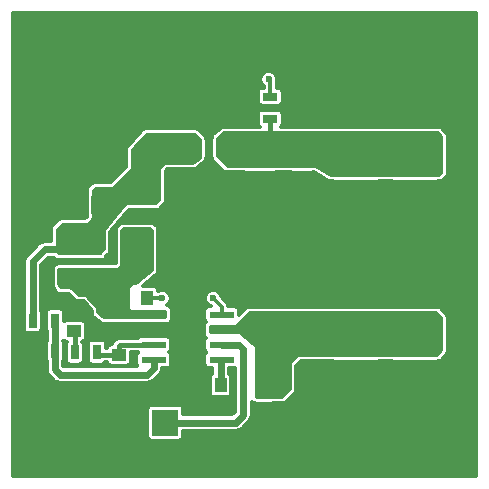
<source format=gbr>
G04 #@! TF.FileFunction,Copper,L2,Bot,Mixed*
%FSLAX46Y46*%
G04 Gerber Fmt 4.6, Leading zero omitted, Abs format (unit mm)*
G04 Created by KiCad (PCBNEW 4.0.2-stable) date 07/11/2016 13:31:13*
%MOMM*%
G01*
G04 APERTURE LIST*
%ADD10C,0.150000*%
%ADD11R,0.700000X1.300000*%
%ADD12C,5.600000*%
%ADD13R,2.430000X2.370000*%
%ADD14R,1.250000X1.000000*%
%ADD15R,1.000000X1.250000*%
%ADD16R,2.370000X2.230000*%
%ADD17R,1.000000X1.600000*%
%ADD18R,2.230000X1.800000*%
%ADD19R,1.600000X1.000000*%
%ADD20R,2.600000X3.200000*%
%ADD21R,3.810000X3.810000*%
%ADD22R,3.700020X1.000760*%
%ADD23R,2.235200X2.235200*%
%ADD24R,1.300000X0.700000*%
%ADD25R,1.175000X1.175000*%
%ADD26R,2.150000X0.600000*%
%ADD27C,0.600000*%
%ADD28C,1.300000*%
%ADD29R,1.300000X1.300000*%
%ADD30C,0.300000*%
%ADD31C,1.000000*%
%ADD32C,1.500000*%
%ADD33C,2.500000*%
%ADD34C,0.600000*%
%ADD35C,0.400000*%
%ADD36C,0.500000*%
G04 APERTURE END LIST*
D10*
D11*
X124648000Y-95504000D03*
X122748000Y-95504000D03*
D12*
X121920000Y-71120000D03*
X152400000Y-71120000D03*
X121920000Y-101600000D03*
X152400000Y-101600000D03*
D13*
X139192000Y-87050000D03*
X139192000Y-93290000D03*
D14*
X141478000Y-92567000D03*
X141478000Y-90567000D03*
X143383000Y-92567000D03*
X143383000Y-90567000D03*
X126492000Y-95742000D03*
X126492000Y-93742000D03*
X122682000Y-93710000D03*
X122682000Y-91710000D03*
D15*
X135112000Y-98298000D03*
X133112000Y-98298000D03*
X126889000Y-90932000D03*
X128889000Y-90932000D03*
D16*
X133788000Y-81534000D03*
X128848000Y-81534000D03*
D17*
X124690000Y-83058000D03*
X121690000Y-83058000D03*
D18*
X138430000Y-81978000D03*
X138430000Y-79058000D03*
D19*
X141986000Y-79399000D03*
X141986000Y-82399000D03*
D20*
X135299000Y-86741000D03*
X128099000Y-86741000D03*
D21*
X151558000Y-93980000D03*
X146558000Y-93980000D03*
X151558000Y-88900000D03*
X146558000Y-88900000D03*
X151558000Y-78740000D03*
X146558000Y-78740000D03*
X151558000Y-83820000D03*
X146558000Y-83820000D03*
D22*
X123190000Y-88983820D03*
X123190000Y-86784180D03*
D11*
X133162000Y-78232000D03*
X135062000Y-78232000D03*
D23*
X130429000Y-101473000D03*
D11*
X119192000Y-92837000D03*
X121092000Y-92837000D03*
X121092000Y-95377000D03*
X119192000Y-95377000D03*
D24*
X139319000Y-75753000D03*
X139319000Y-73853000D03*
D25*
X132923280Y-93055440D03*
X131747260Y-93055440D03*
D26*
X135209000Y-92329000D03*
X135209000Y-93599000D03*
X135209000Y-94869000D03*
X135209000Y-96139000D03*
X129459000Y-96139000D03*
X129459000Y-94869000D03*
X129459000Y-93599000D03*
X129459000Y-92329000D03*
D25*
X131746500Y-95405700D03*
X131746500Y-94230700D03*
X132921500Y-95405700D03*
X132921500Y-94230700D03*
D27*
X132842000Y-94234000D03*
X131762500Y-94234000D03*
X132842000Y-95377000D03*
X131762500Y-95377000D03*
X132905500Y-93027500D03*
X131762500Y-93027500D03*
D28*
X138811000Y-101306000D03*
D29*
X138811000Y-98806000D03*
D27*
X141986000Y-82399000D03*
X143383000Y-90678000D03*
X141478000Y-90567000D03*
X141224000Y-88265000D03*
X141224000Y-86360000D03*
X141224000Y-87249000D03*
X119192000Y-95377000D03*
X136017000Y-82550000D03*
X136017000Y-81534000D03*
X137287000Y-88265000D03*
X137287000Y-85598000D03*
X137287000Y-86741000D03*
X133096000Y-88138000D03*
X133096000Y-85725000D03*
X133096000Y-86868000D03*
X121690000Y-83058000D03*
X132588000Y-83566000D03*
X135001000Y-83566000D03*
X133858000Y-83566000D03*
X139700000Y-83693000D03*
X137160000Y-83693000D03*
X138430000Y-83693000D03*
X126492000Y-93726000D03*
X122682000Y-91710000D03*
X133112000Y-98298000D03*
X130175000Y-90932000D03*
X134493000Y-90932000D03*
X139192000Y-72390000D03*
D30*
X143383000Y-90678000D02*
X143383000Y-90567000D01*
X141224000Y-87249000D02*
X141224000Y-88265000D01*
X139192000Y-87304000D02*
X141169000Y-87304000D01*
X141169000Y-87304000D02*
X141224000Y-87249000D01*
X133788000Y-81534000D02*
X136017000Y-81534000D01*
X139192000Y-87304000D02*
X137287000Y-87304000D01*
X137287000Y-87304000D02*
X137287000Y-87376000D01*
X137287000Y-86741000D02*
X137287000Y-87376000D01*
X137287000Y-87376000D02*
X137287000Y-88265000D01*
X135299000Y-86741000D02*
X137287000Y-86741000D01*
X133096000Y-86868000D02*
X133096000Y-88138000D01*
X135299000Y-86868000D02*
X133096000Y-86868000D01*
X133858000Y-83566000D02*
X132588000Y-83566000D01*
X133788000Y-81534000D02*
X133788000Y-83496000D01*
X133788000Y-83496000D02*
X133858000Y-83566000D01*
X138430000Y-83693000D02*
X139700000Y-83693000D01*
X138430000Y-81978000D02*
X138430000Y-83693000D01*
X139010000Y-87122000D02*
X139192000Y-87304000D01*
D31*
X126492000Y-93726000D02*
X126492000Y-93742000D01*
D32*
X139192000Y-93544000D02*
X146122000Y-93544000D01*
D31*
X146122000Y-93544000D02*
X146558000Y-93980000D01*
D33*
X146558000Y-93980000D02*
X151558000Y-93980000D01*
D34*
X135209000Y-93599000D02*
X139137000Y-93599000D01*
D35*
X139137000Y-93599000D02*
X139192000Y-93544000D01*
X126492000Y-95742000D02*
X124886000Y-95742000D01*
X124886000Y-95742000D02*
X124648000Y-95504000D01*
X129459000Y-94869000D02*
X126619000Y-94869000D01*
X126492000Y-94996000D02*
X126492000Y-95742000D01*
X126619000Y-94869000D02*
X126492000Y-94996000D01*
X122748000Y-95504000D02*
X122748000Y-93776000D01*
X122748000Y-93776000D02*
X122682000Y-93710000D01*
D34*
X135112000Y-98298000D02*
X135112000Y-96236000D01*
D35*
X135112000Y-96236000D02*
X135209000Y-96139000D01*
D34*
X126889000Y-90932000D02*
X125238000Y-90932000D01*
D30*
X125238000Y-90932000D02*
X125349000Y-90932000D01*
X125349000Y-90932000D02*
X125238000Y-90932000D01*
D34*
X125238000Y-91186000D02*
X125238000Y-91964000D01*
X125603000Y-92329000D02*
X129459000Y-92329000D01*
X125238000Y-91964000D02*
X125603000Y-92329000D01*
X123190000Y-88983820D02*
X123190000Y-89916000D01*
X125238000Y-90440000D02*
X125238000Y-90932000D01*
X125238000Y-90932000D02*
X125238000Y-91186000D01*
X124968000Y-90170000D02*
X125238000Y-90440000D01*
X123444000Y-90170000D02*
X124968000Y-90170000D01*
X123190000Y-89916000D02*
X123444000Y-90170000D01*
D31*
X123190000Y-88983820D02*
X126916180Y-88983820D01*
X126916180Y-88983820D02*
X127464000Y-88436000D01*
X127464000Y-88436000D02*
X127464000Y-86868000D01*
D30*
X134493000Y-90932000D02*
X135209000Y-91648000D01*
X135209000Y-92329000D02*
X135209000Y-91648000D01*
X130175000Y-90932000D02*
X128889000Y-90932000D01*
D34*
X123190000Y-86784180D02*
X120225820Y-86784180D01*
X119192000Y-87818000D02*
X119192000Y-92837000D01*
X120225820Y-86784180D02*
X119192000Y-87818000D01*
X123190000Y-86784180D02*
X123190000Y-85852000D01*
X124690000Y-84987000D02*
X124690000Y-83566000D01*
X124333000Y-85344000D02*
X124690000Y-84987000D01*
X123698000Y-85344000D02*
X124333000Y-85344000D01*
X123190000Y-85852000D02*
X123698000Y-85344000D01*
X133162000Y-78232000D02*
X130556000Y-78232000D01*
D31*
X130556000Y-78232000D02*
X129356000Y-79432000D01*
X129356000Y-79432000D02*
X129356000Y-81534000D01*
D35*
X139319000Y-75753000D02*
X139319000Y-77470000D01*
X139319000Y-77470000D02*
X138430000Y-78359000D01*
X138430000Y-78359000D02*
X138430000Y-79058000D01*
D36*
X138364000Y-78992000D02*
X138430000Y-79058000D01*
D34*
X135062000Y-78232000D02*
X135890000Y-78232000D01*
D31*
X136716000Y-79058000D02*
X135890000Y-78232000D01*
X136716000Y-79058000D02*
X138430000Y-79058000D01*
D33*
X146558000Y-78740000D02*
X151558000Y-78740000D01*
D31*
X146558000Y-78740000D02*
X142518000Y-78740000D01*
X142518000Y-78740000D02*
X142200000Y-79058000D01*
X142200000Y-79058000D02*
X138430000Y-79058000D01*
D30*
X139319000Y-73853000D02*
X139319000Y-72517000D01*
X139319000Y-72517000D02*
X139192000Y-72390000D01*
D34*
X135209000Y-94869000D02*
X136652000Y-94869000D01*
X136398000Y-101473000D02*
X130429000Y-101473000D01*
X137033000Y-100838000D02*
X136398000Y-101473000D01*
X137033000Y-95250000D02*
X137033000Y-100838000D01*
X136652000Y-94869000D02*
X137033000Y-95250000D01*
X130556000Y-101346000D02*
X130429000Y-101473000D01*
X121092000Y-95377000D02*
X121092000Y-92837000D01*
X129459000Y-96139000D02*
X129459000Y-96855000D01*
X121092000Y-96962000D02*
X121092000Y-95377000D01*
X121539000Y-97409000D02*
X121092000Y-96962000D01*
X128905000Y-97409000D02*
X121539000Y-97409000D01*
X129459000Y-96855000D02*
X128905000Y-97409000D01*
D30*
G36*
X156747000Y-105947000D02*
X117573000Y-105947000D01*
X117573000Y-100355400D01*
X128899486Y-100355400D01*
X128899486Y-102590600D01*
X128927656Y-102740313D01*
X129016137Y-102877816D01*
X129151142Y-102970061D01*
X129311400Y-103002514D01*
X131546600Y-103002514D01*
X131696313Y-102974344D01*
X131833816Y-102885863D01*
X131926061Y-102750858D01*
X131958514Y-102590600D01*
X131958514Y-102177000D01*
X136398000Y-102177000D01*
X136667409Y-102123411D01*
X136895803Y-101970803D01*
X137530803Y-101335803D01*
X137683411Y-101107409D01*
X137737000Y-100838000D01*
X137737000Y-99687871D01*
X137759410Y-99722697D01*
X137891821Y-99813170D01*
X138000256Y-99835129D01*
X138000742Y-99835461D01*
X138161000Y-99867914D01*
X139461000Y-99867914D01*
X139582779Y-99845000D01*
X140335000Y-99845000D01*
X140487022Y-99815306D01*
X140620671Y-99726671D01*
X141382671Y-98964671D01*
X141469170Y-98836179D01*
X141501000Y-98679000D01*
X141501000Y-96687342D01*
X141899342Y-96289000D01*
X144613919Y-96289000D01*
X144653000Y-96296914D01*
X148463000Y-96296914D01*
X148505060Y-96289000D01*
X149613919Y-96289000D01*
X149653000Y-96296914D01*
X153463000Y-96296914D01*
X153505060Y-96289000D01*
X153543000Y-96289000D01*
X153746429Y-96234045D01*
X153866200Y-96127400D01*
X154247200Y-95619400D01*
X154296170Y-95534179D01*
X154328000Y-95377000D01*
X154328000Y-92583000D01*
X154298306Y-92430978D01*
X154209671Y-92297329D01*
X153848857Y-91936515D01*
X153846744Y-91925287D01*
X153758263Y-91787784D01*
X153623258Y-91695539D01*
X153463000Y-91663086D01*
X149653000Y-91663086D01*
X149610940Y-91671000D01*
X148502081Y-91671000D01*
X148463000Y-91663086D01*
X144653000Y-91663086D01*
X144610940Y-91671000D01*
X144086586Y-91671000D01*
X144008000Y-91655086D01*
X142758000Y-91655086D01*
X142673423Y-91671000D01*
X142181586Y-91671000D01*
X142103000Y-91655086D01*
X140853000Y-91655086D01*
X140768423Y-91671000D01*
X137541000Y-91671000D01*
X137388978Y-91700694D01*
X137255329Y-91789329D01*
X136695914Y-92348744D01*
X136695914Y-92029000D01*
X136667744Y-91879287D01*
X136579263Y-91741784D01*
X136444258Y-91649539D01*
X136284000Y-91617086D01*
X135756851Y-91617086D01*
X135720829Y-91435993D01*
X135600737Y-91256263D01*
X135197069Y-90852595D01*
X135197122Y-90792580D01*
X135090170Y-90533737D01*
X134892305Y-90335526D01*
X134633649Y-90228123D01*
X134353580Y-90227878D01*
X134094737Y-90334830D01*
X133896526Y-90532695D01*
X133789123Y-90791351D01*
X133788878Y-91071420D01*
X133895830Y-91330263D01*
X134093695Y-91528474D01*
X134307097Y-91617086D01*
X134134000Y-91617086D01*
X133984287Y-91645256D01*
X133846784Y-91733737D01*
X133754539Y-91868742D01*
X133722086Y-92029000D01*
X133722086Y-92629000D01*
X133750256Y-92778713D01*
X133838737Y-92916216D01*
X133843837Y-92919701D01*
X133830303Y-92928410D01*
X133739830Y-93060821D01*
X133708000Y-93218000D01*
X133708000Y-93980000D01*
X133735629Y-94126837D01*
X133822410Y-94261697D01*
X133844635Y-94276883D01*
X133754539Y-94408742D01*
X133722086Y-94569000D01*
X133722086Y-95169000D01*
X133750256Y-95318713D01*
X133838737Y-95456216D01*
X133908606Y-95503955D01*
X133846784Y-95543737D01*
X133754539Y-95678742D01*
X133722086Y-95839000D01*
X133722086Y-96439000D01*
X133750256Y-96588713D01*
X133838737Y-96726216D01*
X133973742Y-96818461D01*
X134134000Y-96850914D01*
X134408000Y-96850914D01*
X134408000Y-97324189D01*
X134324784Y-97377737D01*
X134232539Y-97512742D01*
X134200086Y-97673000D01*
X134200086Y-98923000D01*
X134228256Y-99072713D01*
X134316737Y-99210216D01*
X134451742Y-99302461D01*
X134612000Y-99334914D01*
X135612000Y-99334914D01*
X135761713Y-99306744D01*
X135899216Y-99218263D01*
X135991461Y-99083258D01*
X136023914Y-98923000D01*
X136023914Y-97673000D01*
X135995744Y-97523287D01*
X135907263Y-97385784D01*
X135816000Y-97323427D01*
X135816000Y-96850914D01*
X136284000Y-96850914D01*
X136329000Y-96842447D01*
X136329000Y-100546394D01*
X136106394Y-100769000D01*
X131958514Y-100769000D01*
X131958514Y-100355400D01*
X131930344Y-100205687D01*
X131841863Y-100068184D01*
X131706858Y-99975939D01*
X131546600Y-99943486D01*
X129311400Y-99943486D01*
X129161687Y-99971656D01*
X129024184Y-100060137D01*
X128931939Y-100195142D01*
X128899486Y-100355400D01*
X117573000Y-100355400D01*
X117573000Y-92187000D01*
X118430086Y-92187000D01*
X118430086Y-93487000D01*
X118458256Y-93636713D01*
X118546737Y-93774216D01*
X118681742Y-93866461D01*
X118842000Y-93898914D01*
X119542000Y-93898914D01*
X119691713Y-93870744D01*
X119829216Y-93782263D01*
X119921461Y-93647258D01*
X119953914Y-93487000D01*
X119953914Y-92187000D01*
X120330086Y-92187000D01*
X120330086Y-93487000D01*
X120358256Y-93636713D01*
X120388000Y-93682936D01*
X120388000Y-94529479D01*
X120362539Y-94566742D01*
X120330086Y-94727000D01*
X120330086Y-96027000D01*
X120358256Y-96176713D01*
X120388000Y-96222936D01*
X120388000Y-96962000D01*
X120441589Y-97231409D01*
X120594197Y-97459803D01*
X121041196Y-97906803D01*
X121190085Y-98006287D01*
X121269591Y-98059411D01*
X121539000Y-98113000D01*
X128905000Y-98113000D01*
X129174409Y-98059411D01*
X129402803Y-97906803D01*
X129956803Y-97352803D01*
X130109411Y-97124409D01*
X130163000Y-96855000D01*
X130163000Y-96850914D01*
X130534000Y-96850914D01*
X130683713Y-96822744D01*
X130821216Y-96734263D01*
X130913461Y-96599258D01*
X130945914Y-96439000D01*
X130945914Y-95839000D01*
X130917744Y-95689287D01*
X130829263Y-95551784D01*
X130759394Y-95504045D01*
X130821216Y-95464263D01*
X130913461Y-95329258D01*
X130945914Y-95169000D01*
X130945914Y-94569000D01*
X130917744Y-94419287D01*
X130829263Y-94281784D01*
X130694258Y-94189539D01*
X130534000Y-94157086D01*
X128384000Y-94157086D01*
X128234287Y-94185256D01*
X128110362Y-94265000D01*
X126619000Y-94265000D01*
X126388176Y-94310914D01*
X126387859Y-94310977D01*
X126191907Y-94441908D01*
X126064908Y-94568908D01*
X125933977Y-94764859D01*
X125921002Y-94830086D01*
X125867000Y-94830086D01*
X125717287Y-94858256D01*
X125579784Y-94946737D01*
X125487539Y-95081742D01*
X125476146Y-95138000D01*
X125409914Y-95138000D01*
X125409914Y-94854000D01*
X125381744Y-94704287D01*
X125293263Y-94566784D01*
X125158258Y-94474539D01*
X124998000Y-94442086D01*
X124298000Y-94442086D01*
X124148287Y-94470256D01*
X124010784Y-94558737D01*
X123918539Y-94693742D01*
X123886086Y-94854000D01*
X123886086Y-96154000D01*
X123914256Y-96303713D01*
X124002737Y-96441216D01*
X124137742Y-96533461D01*
X124298000Y-96565914D01*
X124998000Y-96565914D01*
X125147713Y-96537744D01*
X125285216Y-96449263D01*
X125355773Y-96346000D01*
X125474655Y-96346000D01*
X125483256Y-96391713D01*
X125571737Y-96529216D01*
X125706742Y-96621461D01*
X125867000Y-96653914D01*
X127117000Y-96653914D01*
X127266713Y-96625744D01*
X127404216Y-96537263D01*
X127496461Y-96402258D01*
X127528914Y-96242000D01*
X127528914Y-95473000D01*
X128113301Y-95473000D01*
X128158606Y-95503955D01*
X128096784Y-95543737D01*
X128004539Y-95678742D01*
X127972086Y-95839000D01*
X127972086Y-96439000D01*
X128000256Y-96588713D01*
X128075085Y-96705000D01*
X121830607Y-96705000D01*
X121796000Y-96670394D01*
X121796000Y-96224521D01*
X121821461Y-96187258D01*
X121853914Y-96027000D01*
X121853914Y-94727000D01*
X121825744Y-94577287D01*
X121796000Y-94531064D01*
X121796000Y-94520627D01*
X121896742Y-94589461D01*
X122057000Y-94621914D01*
X122067617Y-94621914D01*
X122018539Y-94693742D01*
X121986086Y-94854000D01*
X121986086Y-96154000D01*
X122014256Y-96303713D01*
X122102737Y-96441216D01*
X122237742Y-96533461D01*
X122398000Y-96565914D01*
X123098000Y-96565914D01*
X123247713Y-96537744D01*
X123385216Y-96449263D01*
X123477461Y-96314258D01*
X123509914Y-96154000D01*
X123509914Y-94854000D01*
X123481744Y-94704287D01*
X123415590Y-94601482D01*
X123456713Y-94593744D01*
X123594216Y-94505263D01*
X123686461Y-94370258D01*
X123718914Y-94210000D01*
X123718914Y-93210000D01*
X123690744Y-93060287D01*
X123602263Y-92922784D01*
X123467258Y-92830539D01*
X123307000Y-92798086D01*
X122057000Y-92798086D01*
X121907287Y-92826256D01*
X121853914Y-92860601D01*
X121853914Y-92187000D01*
X121825744Y-92037287D01*
X121737263Y-91899784D01*
X121602258Y-91807539D01*
X121442000Y-91775086D01*
X120742000Y-91775086D01*
X120592287Y-91803256D01*
X120454784Y-91891737D01*
X120362539Y-92026742D01*
X120330086Y-92187000D01*
X119953914Y-92187000D01*
X119925744Y-92037287D01*
X119896000Y-91991064D01*
X119896000Y-88519000D01*
X120881000Y-88519000D01*
X120881000Y-89789000D01*
X120948852Y-90013099D01*
X121202852Y-90394099D01*
X121381821Y-90542170D01*
X121539000Y-90574000D01*
X122260658Y-90574000D01*
X122777329Y-91090671D01*
X122905821Y-91177170D01*
X123063000Y-91209000D01*
X123514677Y-91209000D01*
X124183000Y-91972797D01*
X124183000Y-92202000D01*
X124231771Y-92394428D01*
X124334623Y-92517471D01*
X124969623Y-93025471D01*
X125064821Y-93082170D01*
X125222000Y-93114000D01*
X130556000Y-93114000D01*
X130702837Y-93086371D01*
X130837697Y-92999590D01*
X130928170Y-92867179D01*
X130960000Y-92710000D01*
X130960000Y-91948000D01*
X130932371Y-91801163D01*
X130845590Y-91666303D01*
X130713179Y-91575830D01*
X130556000Y-91544000D01*
X130537372Y-91544000D01*
X130573263Y-91529170D01*
X130771474Y-91331305D01*
X130878877Y-91072649D01*
X130879122Y-90792580D01*
X130772170Y-90533737D01*
X130574305Y-90335526D01*
X130315649Y-90228123D01*
X130035580Y-90227878D01*
X129800914Y-90324840D01*
X129800914Y-90307000D01*
X129772744Y-90157287D01*
X129684263Y-90019784D01*
X129549258Y-89927539D01*
X129389000Y-89895086D01*
X128524331Y-89895086D01*
X129668828Y-88958679D01*
X129785170Y-88803179D01*
X129817000Y-88646000D01*
X129817000Y-85217000D01*
X129810914Y-85185842D01*
X129810914Y-85141000D01*
X129782744Y-84991287D01*
X129694263Y-84853784D01*
X129559258Y-84761539D01*
X129521167Y-84753825D01*
X129444671Y-84677329D01*
X129316179Y-84590830D01*
X129159000Y-84559000D01*
X126873000Y-84559000D01*
X126720978Y-84588694D01*
X126587329Y-84677329D01*
X126333329Y-84931329D01*
X126246830Y-85059821D01*
X126215000Y-85217000D01*
X126215000Y-87970658D01*
X126197658Y-87988000D01*
X121412000Y-87988000D01*
X121259978Y-88017694D01*
X121126329Y-88106329D01*
X120999329Y-88233329D01*
X120912830Y-88361821D01*
X120881000Y-88519000D01*
X119896000Y-88519000D01*
X119896000Y-88109606D01*
X120517426Y-87488180D01*
X120968051Y-87488180D01*
X120995410Y-87530697D01*
X121036249Y-87558602D01*
X121044727Y-87571776D01*
X121179732Y-87664021D01*
X121339990Y-87696474D01*
X125040010Y-87696474D01*
X125189723Y-87668304D01*
X125327226Y-87579823D01*
X125419471Y-87444818D01*
X125438756Y-87349586D01*
X125634671Y-87153671D01*
X125721170Y-87025179D01*
X125753000Y-86868000D01*
X125753000Y-85361942D01*
X127317658Y-83462000D01*
X129667000Y-83462000D01*
X129819022Y-83432306D01*
X129952671Y-83343671D01*
X130333671Y-82962671D01*
X130420170Y-82834179D01*
X130452000Y-82677000D01*
X130452000Y-80177342D01*
X130596342Y-80033000D01*
X132842000Y-80033000D01*
X132951757Y-80017805D01*
X133094377Y-79944471D01*
X133729377Y-79436471D01*
X133849170Y-79278179D01*
X133881000Y-79121000D01*
X133881000Y-79057568D01*
X133891461Y-79042258D01*
X133923914Y-78882000D01*
X133923914Y-77582000D01*
X134300086Y-77582000D01*
X134300086Y-78882000D01*
X134328256Y-79031713D01*
X134360003Y-79081049D01*
X134372694Y-79146022D01*
X134461329Y-79279671D01*
X135350329Y-80168671D01*
X135478821Y-80255170D01*
X135636000Y-80287000D01*
X137080890Y-80287000D01*
X137154742Y-80337461D01*
X137315000Y-80369914D01*
X139545000Y-80369914D01*
X139694713Y-80341744D01*
X139779787Y-80287000D01*
X141067909Y-80287000D01*
X141186000Y-80310914D01*
X142786000Y-80310914D01*
X142913094Y-80287000D01*
X143017099Y-80287000D01*
X144191144Y-80991427D01*
X144399000Y-81049000D01*
X144613919Y-81049000D01*
X144653000Y-81056914D01*
X148463000Y-81056914D01*
X148505060Y-81049000D01*
X149613919Y-81049000D01*
X149653000Y-81056914D01*
X153463000Y-81056914D01*
X153505060Y-81049000D01*
X153670000Y-81049000D01*
X153822022Y-81019306D01*
X153955671Y-80930671D01*
X154209671Y-80676671D01*
X154296170Y-80548179D01*
X154328000Y-80391000D01*
X154328000Y-77216000D01*
X154298306Y-77063978D01*
X154209671Y-76930329D01*
X153828671Y-76549329D01*
X153700179Y-76462830D01*
X153543000Y-76431000D01*
X153502081Y-76431000D01*
X153463000Y-76423086D01*
X149653000Y-76423086D01*
X149610940Y-76431000D01*
X148502081Y-76431000D01*
X148463000Y-76423086D01*
X144653000Y-76423086D01*
X144610940Y-76431000D01*
X140205341Y-76431000D01*
X140256216Y-76398263D01*
X140348461Y-76263258D01*
X140380914Y-76103000D01*
X140380914Y-75403000D01*
X140352744Y-75253287D01*
X140264263Y-75115784D01*
X140129258Y-75023539D01*
X139969000Y-74991086D01*
X138669000Y-74991086D01*
X138519287Y-75019256D01*
X138381784Y-75107737D01*
X138289539Y-75242742D01*
X138257086Y-75403000D01*
X138257086Y-76103000D01*
X138285256Y-76252713D01*
X138373737Y-76390216D01*
X138433426Y-76431000D01*
X135382000Y-76431000D01*
X135272243Y-76446195D01*
X135129623Y-76519529D01*
X134494623Y-77027529D01*
X134374830Y-77185821D01*
X134343000Y-77343000D01*
X134343000Y-77406432D01*
X134332539Y-77421742D01*
X134300086Y-77582000D01*
X133923914Y-77582000D01*
X133895744Y-77432287D01*
X133863997Y-77382951D01*
X133851306Y-77317978D01*
X133762671Y-77184329D01*
X133254671Y-76676329D01*
X133126179Y-76589830D01*
X132969000Y-76558000D01*
X128778000Y-76558000D01*
X128608346Y-76595348D01*
X128479064Y-76690240D01*
X127209064Y-78087240D01*
X127135830Y-78201821D01*
X127104000Y-78359000D01*
X127104000Y-79842658D01*
X125816658Y-81130000D01*
X124460000Y-81130000D01*
X124307978Y-81159694D01*
X124174329Y-81248329D01*
X123920329Y-81502329D01*
X123833830Y-81630821D01*
X123802000Y-81788000D01*
X123802000Y-82139909D01*
X123778086Y-82258000D01*
X123778086Y-83858000D01*
X123802000Y-83985094D01*
X123802000Y-84033658D01*
X123657658Y-84178000D01*
X121666000Y-84178000D01*
X121513978Y-84207694D01*
X121380329Y-84296329D01*
X120872329Y-84804329D01*
X120785830Y-84932821D01*
X120754000Y-85090000D01*
X120754000Y-86080180D01*
X120225820Y-86080180D01*
X119956411Y-86133769D01*
X119728017Y-86286377D01*
X118694197Y-87320197D01*
X118541589Y-87548591D01*
X118488000Y-87818000D01*
X118488000Y-91989479D01*
X118462539Y-92026742D01*
X118430086Y-92187000D01*
X117573000Y-92187000D01*
X117573000Y-73503000D01*
X138257086Y-73503000D01*
X138257086Y-74203000D01*
X138285256Y-74352713D01*
X138373737Y-74490216D01*
X138508742Y-74582461D01*
X138669000Y-74614914D01*
X139969000Y-74614914D01*
X140118713Y-74586744D01*
X140256216Y-74498263D01*
X140348461Y-74363258D01*
X140380914Y-74203000D01*
X140380914Y-73503000D01*
X140352744Y-73353287D01*
X140264263Y-73215784D01*
X140129258Y-73123539D01*
X139969000Y-73091086D01*
X139873000Y-73091086D01*
X139873000Y-72585743D01*
X139895877Y-72530649D01*
X139896122Y-72250580D01*
X139789170Y-71991737D01*
X139591305Y-71793526D01*
X139332649Y-71686123D01*
X139052580Y-71685878D01*
X138793737Y-71792830D01*
X138595526Y-71990695D01*
X138488123Y-72249351D01*
X138487878Y-72529420D01*
X138594830Y-72788263D01*
X138765000Y-72958731D01*
X138765000Y-73091086D01*
X138669000Y-73091086D01*
X138519287Y-73119256D01*
X138381784Y-73207737D01*
X138289539Y-73342742D01*
X138257086Y-73503000D01*
X117573000Y-73503000D01*
X117573000Y-66773000D01*
X156747000Y-66773000D01*
X156747000Y-105947000D01*
X156747000Y-105947000D01*
G37*
X156747000Y-105947000D02*
X117573000Y-105947000D01*
X117573000Y-100355400D01*
X128899486Y-100355400D01*
X128899486Y-102590600D01*
X128927656Y-102740313D01*
X129016137Y-102877816D01*
X129151142Y-102970061D01*
X129311400Y-103002514D01*
X131546600Y-103002514D01*
X131696313Y-102974344D01*
X131833816Y-102885863D01*
X131926061Y-102750858D01*
X131958514Y-102590600D01*
X131958514Y-102177000D01*
X136398000Y-102177000D01*
X136667409Y-102123411D01*
X136895803Y-101970803D01*
X137530803Y-101335803D01*
X137683411Y-101107409D01*
X137737000Y-100838000D01*
X137737000Y-99687871D01*
X137759410Y-99722697D01*
X137891821Y-99813170D01*
X138000256Y-99835129D01*
X138000742Y-99835461D01*
X138161000Y-99867914D01*
X139461000Y-99867914D01*
X139582779Y-99845000D01*
X140335000Y-99845000D01*
X140487022Y-99815306D01*
X140620671Y-99726671D01*
X141382671Y-98964671D01*
X141469170Y-98836179D01*
X141501000Y-98679000D01*
X141501000Y-96687342D01*
X141899342Y-96289000D01*
X144613919Y-96289000D01*
X144653000Y-96296914D01*
X148463000Y-96296914D01*
X148505060Y-96289000D01*
X149613919Y-96289000D01*
X149653000Y-96296914D01*
X153463000Y-96296914D01*
X153505060Y-96289000D01*
X153543000Y-96289000D01*
X153746429Y-96234045D01*
X153866200Y-96127400D01*
X154247200Y-95619400D01*
X154296170Y-95534179D01*
X154328000Y-95377000D01*
X154328000Y-92583000D01*
X154298306Y-92430978D01*
X154209671Y-92297329D01*
X153848857Y-91936515D01*
X153846744Y-91925287D01*
X153758263Y-91787784D01*
X153623258Y-91695539D01*
X153463000Y-91663086D01*
X149653000Y-91663086D01*
X149610940Y-91671000D01*
X148502081Y-91671000D01*
X148463000Y-91663086D01*
X144653000Y-91663086D01*
X144610940Y-91671000D01*
X144086586Y-91671000D01*
X144008000Y-91655086D01*
X142758000Y-91655086D01*
X142673423Y-91671000D01*
X142181586Y-91671000D01*
X142103000Y-91655086D01*
X140853000Y-91655086D01*
X140768423Y-91671000D01*
X137541000Y-91671000D01*
X137388978Y-91700694D01*
X137255329Y-91789329D01*
X136695914Y-92348744D01*
X136695914Y-92029000D01*
X136667744Y-91879287D01*
X136579263Y-91741784D01*
X136444258Y-91649539D01*
X136284000Y-91617086D01*
X135756851Y-91617086D01*
X135720829Y-91435993D01*
X135600737Y-91256263D01*
X135197069Y-90852595D01*
X135197122Y-90792580D01*
X135090170Y-90533737D01*
X134892305Y-90335526D01*
X134633649Y-90228123D01*
X134353580Y-90227878D01*
X134094737Y-90334830D01*
X133896526Y-90532695D01*
X133789123Y-90791351D01*
X133788878Y-91071420D01*
X133895830Y-91330263D01*
X134093695Y-91528474D01*
X134307097Y-91617086D01*
X134134000Y-91617086D01*
X133984287Y-91645256D01*
X133846784Y-91733737D01*
X133754539Y-91868742D01*
X133722086Y-92029000D01*
X133722086Y-92629000D01*
X133750256Y-92778713D01*
X133838737Y-92916216D01*
X133843837Y-92919701D01*
X133830303Y-92928410D01*
X133739830Y-93060821D01*
X133708000Y-93218000D01*
X133708000Y-93980000D01*
X133735629Y-94126837D01*
X133822410Y-94261697D01*
X133844635Y-94276883D01*
X133754539Y-94408742D01*
X133722086Y-94569000D01*
X133722086Y-95169000D01*
X133750256Y-95318713D01*
X133838737Y-95456216D01*
X133908606Y-95503955D01*
X133846784Y-95543737D01*
X133754539Y-95678742D01*
X133722086Y-95839000D01*
X133722086Y-96439000D01*
X133750256Y-96588713D01*
X133838737Y-96726216D01*
X133973742Y-96818461D01*
X134134000Y-96850914D01*
X134408000Y-96850914D01*
X134408000Y-97324189D01*
X134324784Y-97377737D01*
X134232539Y-97512742D01*
X134200086Y-97673000D01*
X134200086Y-98923000D01*
X134228256Y-99072713D01*
X134316737Y-99210216D01*
X134451742Y-99302461D01*
X134612000Y-99334914D01*
X135612000Y-99334914D01*
X135761713Y-99306744D01*
X135899216Y-99218263D01*
X135991461Y-99083258D01*
X136023914Y-98923000D01*
X136023914Y-97673000D01*
X135995744Y-97523287D01*
X135907263Y-97385784D01*
X135816000Y-97323427D01*
X135816000Y-96850914D01*
X136284000Y-96850914D01*
X136329000Y-96842447D01*
X136329000Y-100546394D01*
X136106394Y-100769000D01*
X131958514Y-100769000D01*
X131958514Y-100355400D01*
X131930344Y-100205687D01*
X131841863Y-100068184D01*
X131706858Y-99975939D01*
X131546600Y-99943486D01*
X129311400Y-99943486D01*
X129161687Y-99971656D01*
X129024184Y-100060137D01*
X128931939Y-100195142D01*
X128899486Y-100355400D01*
X117573000Y-100355400D01*
X117573000Y-92187000D01*
X118430086Y-92187000D01*
X118430086Y-93487000D01*
X118458256Y-93636713D01*
X118546737Y-93774216D01*
X118681742Y-93866461D01*
X118842000Y-93898914D01*
X119542000Y-93898914D01*
X119691713Y-93870744D01*
X119829216Y-93782263D01*
X119921461Y-93647258D01*
X119953914Y-93487000D01*
X119953914Y-92187000D01*
X120330086Y-92187000D01*
X120330086Y-93487000D01*
X120358256Y-93636713D01*
X120388000Y-93682936D01*
X120388000Y-94529479D01*
X120362539Y-94566742D01*
X120330086Y-94727000D01*
X120330086Y-96027000D01*
X120358256Y-96176713D01*
X120388000Y-96222936D01*
X120388000Y-96962000D01*
X120441589Y-97231409D01*
X120594197Y-97459803D01*
X121041196Y-97906803D01*
X121190085Y-98006287D01*
X121269591Y-98059411D01*
X121539000Y-98113000D01*
X128905000Y-98113000D01*
X129174409Y-98059411D01*
X129402803Y-97906803D01*
X129956803Y-97352803D01*
X130109411Y-97124409D01*
X130163000Y-96855000D01*
X130163000Y-96850914D01*
X130534000Y-96850914D01*
X130683713Y-96822744D01*
X130821216Y-96734263D01*
X130913461Y-96599258D01*
X130945914Y-96439000D01*
X130945914Y-95839000D01*
X130917744Y-95689287D01*
X130829263Y-95551784D01*
X130759394Y-95504045D01*
X130821216Y-95464263D01*
X130913461Y-95329258D01*
X130945914Y-95169000D01*
X130945914Y-94569000D01*
X130917744Y-94419287D01*
X130829263Y-94281784D01*
X130694258Y-94189539D01*
X130534000Y-94157086D01*
X128384000Y-94157086D01*
X128234287Y-94185256D01*
X128110362Y-94265000D01*
X126619000Y-94265000D01*
X126388176Y-94310914D01*
X126387859Y-94310977D01*
X126191907Y-94441908D01*
X126064908Y-94568908D01*
X125933977Y-94764859D01*
X125921002Y-94830086D01*
X125867000Y-94830086D01*
X125717287Y-94858256D01*
X125579784Y-94946737D01*
X125487539Y-95081742D01*
X125476146Y-95138000D01*
X125409914Y-95138000D01*
X125409914Y-94854000D01*
X125381744Y-94704287D01*
X125293263Y-94566784D01*
X125158258Y-94474539D01*
X124998000Y-94442086D01*
X124298000Y-94442086D01*
X124148287Y-94470256D01*
X124010784Y-94558737D01*
X123918539Y-94693742D01*
X123886086Y-94854000D01*
X123886086Y-96154000D01*
X123914256Y-96303713D01*
X124002737Y-96441216D01*
X124137742Y-96533461D01*
X124298000Y-96565914D01*
X124998000Y-96565914D01*
X125147713Y-96537744D01*
X125285216Y-96449263D01*
X125355773Y-96346000D01*
X125474655Y-96346000D01*
X125483256Y-96391713D01*
X125571737Y-96529216D01*
X125706742Y-96621461D01*
X125867000Y-96653914D01*
X127117000Y-96653914D01*
X127266713Y-96625744D01*
X127404216Y-96537263D01*
X127496461Y-96402258D01*
X127528914Y-96242000D01*
X127528914Y-95473000D01*
X128113301Y-95473000D01*
X128158606Y-95503955D01*
X128096784Y-95543737D01*
X128004539Y-95678742D01*
X127972086Y-95839000D01*
X127972086Y-96439000D01*
X128000256Y-96588713D01*
X128075085Y-96705000D01*
X121830607Y-96705000D01*
X121796000Y-96670394D01*
X121796000Y-96224521D01*
X121821461Y-96187258D01*
X121853914Y-96027000D01*
X121853914Y-94727000D01*
X121825744Y-94577287D01*
X121796000Y-94531064D01*
X121796000Y-94520627D01*
X121896742Y-94589461D01*
X122057000Y-94621914D01*
X122067617Y-94621914D01*
X122018539Y-94693742D01*
X121986086Y-94854000D01*
X121986086Y-96154000D01*
X122014256Y-96303713D01*
X122102737Y-96441216D01*
X122237742Y-96533461D01*
X122398000Y-96565914D01*
X123098000Y-96565914D01*
X123247713Y-96537744D01*
X123385216Y-96449263D01*
X123477461Y-96314258D01*
X123509914Y-96154000D01*
X123509914Y-94854000D01*
X123481744Y-94704287D01*
X123415590Y-94601482D01*
X123456713Y-94593744D01*
X123594216Y-94505263D01*
X123686461Y-94370258D01*
X123718914Y-94210000D01*
X123718914Y-93210000D01*
X123690744Y-93060287D01*
X123602263Y-92922784D01*
X123467258Y-92830539D01*
X123307000Y-92798086D01*
X122057000Y-92798086D01*
X121907287Y-92826256D01*
X121853914Y-92860601D01*
X121853914Y-92187000D01*
X121825744Y-92037287D01*
X121737263Y-91899784D01*
X121602258Y-91807539D01*
X121442000Y-91775086D01*
X120742000Y-91775086D01*
X120592287Y-91803256D01*
X120454784Y-91891737D01*
X120362539Y-92026742D01*
X120330086Y-92187000D01*
X119953914Y-92187000D01*
X119925744Y-92037287D01*
X119896000Y-91991064D01*
X119896000Y-88519000D01*
X120881000Y-88519000D01*
X120881000Y-89789000D01*
X120948852Y-90013099D01*
X121202852Y-90394099D01*
X121381821Y-90542170D01*
X121539000Y-90574000D01*
X122260658Y-90574000D01*
X122777329Y-91090671D01*
X122905821Y-91177170D01*
X123063000Y-91209000D01*
X123514677Y-91209000D01*
X124183000Y-91972797D01*
X124183000Y-92202000D01*
X124231771Y-92394428D01*
X124334623Y-92517471D01*
X124969623Y-93025471D01*
X125064821Y-93082170D01*
X125222000Y-93114000D01*
X130556000Y-93114000D01*
X130702837Y-93086371D01*
X130837697Y-92999590D01*
X130928170Y-92867179D01*
X130960000Y-92710000D01*
X130960000Y-91948000D01*
X130932371Y-91801163D01*
X130845590Y-91666303D01*
X130713179Y-91575830D01*
X130556000Y-91544000D01*
X130537372Y-91544000D01*
X130573263Y-91529170D01*
X130771474Y-91331305D01*
X130878877Y-91072649D01*
X130879122Y-90792580D01*
X130772170Y-90533737D01*
X130574305Y-90335526D01*
X130315649Y-90228123D01*
X130035580Y-90227878D01*
X129800914Y-90324840D01*
X129800914Y-90307000D01*
X129772744Y-90157287D01*
X129684263Y-90019784D01*
X129549258Y-89927539D01*
X129389000Y-89895086D01*
X128524331Y-89895086D01*
X129668828Y-88958679D01*
X129785170Y-88803179D01*
X129817000Y-88646000D01*
X129817000Y-85217000D01*
X129810914Y-85185842D01*
X129810914Y-85141000D01*
X129782744Y-84991287D01*
X129694263Y-84853784D01*
X129559258Y-84761539D01*
X129521167Y-84753825D01*
X129444671Y-84677329D01*
X129316179Y-84590830D01*
X129159000Y-84559000D01*
X126873000Y-84559000D01*
X126720978Y-84588694D01*
X126587329Y-84677329D01*
X126333329Y-84931329D01*
X126246830Y-85059821D01*
X126215000Y-85217000D01*
X126215000Y-87970658D01*
X126197658Y-87988000D01*
X121412000Y-87988000D01*
X121259978Y-88017694D01*
X121126329Y-88106329D01*
X120999329Y-88233329D01*
X120912830Y-88361821D01*
X120881000Y-88519000D01*
X119896000Y-88519000D01*
X119896000Y-88109606D01*
X120517426Y-87488180D01*
X120968051Y-87488180D01*
X120995410Y-87530697D01*
X121036249Y-87558602D01*
X121044727Y-87571776D01*
X121179732Y-87664021D01*
X121339990Y-87696474D01*
X125040010Y-87696474D01*
X125189723Y-87668304D01*
X125327226Y-87579823D01*
X125419471Y-87444818D01*
X125438756Y-87349586D01*
X125634671Y-87153671D01*
X125721170Y-87025179D01*
X125753000Y-86868000D01*
X125753000Y-85361942D01*
X127317658Y-83462000D01*
X129667000Y-83462000D01*
X129819022Y-83432306D01*
X129952671Y-83343671D01*
X130333671Y-82962671D01*
X130420170Y-82834179D01*
X130452000Y-82677000D01*
X130452000Y-80177342D01*
X130596342Y-80033000D01*
X132842000Y-80033000D01*
X132951757Y-80017805D01*
X133094377Y-79944471D01*
X133729377Y-79436471D01*
X133849170Y-79278179D01*
X133881000Y-79121000D01*
X133881000Y-79057568D01*
X133891461Y-79042258D01*
X133923914Y-78882000D01*
X133923914Y-77582000D01*
X134300086Y-77582000D01*
X134300086Y-78882000D01*
X134328256Y-79031713D01*
X134360003Y-79081049D01*
X134372694Y-79146022D01*
X134461329Y-79279671D01*
X135350329Y-80168671D01*
X135478821Y-80255170D01*
X135636000Y-80287000D01*
X137080890Y-80287000D01*
X137154742Y-80337461D01*
X137315000Y-80369914D01*
X139545000Y-80369914D01*
X139694713Y-80341744D01*
X139779787Y-80287000D01*
X141067909Y-80287000D01*
X141186000Y-80310914D01*
X142786000Y-80310914D01*
X142913094Y-80287000D01*
X143017099Y-80287000D01*
X144191144Y-80991427D01*
X144399000Y-81049000D01*
X144613919Y-81049000D01*
X144653000Y-81056914D01*
X148463000Y-81056914D01*
X148505060Y-81049000D01*
X149613919Y-81049000D01*
X149653000Y-81056914D01*
X153463000Y-81056914D01*
X153505060Y-81049000D01*
X153670000Y-81049000D01*
X153822022Y-81019306D01*
X153955671Y-80930671D01*
X154209671Y-80676671D01*
X154296170Y-80548179D01*
X154328000Y-80391000D01*
X154328000Y-77216000D01*
X154298306Y-77063978D01*
X154209671Y-76930329D01*
X153828671Y-76549329D01*
X153700179Y-76462830D01*
X153543000Y-76431000D01*
X153502081Y-76431000D01*
X153463000Y-76423086D01*
X149653000Y-76423086D01*
X149610940Y-76431000D01*
X148502081Y-76431000D01*
X148463000Y-76423086D01*
X144653000Y-76423086D01*
X144610940Y-76431000D01*
X140205341Y-76431000D01*
X140256216Y-76398263D01*
X140348461Y-76263258D01*
X140380914Y-76103000D01*
X140380914Y-75403000D01*
X140352744Y-75253287D01*
X140264263Y-75115784D01*
X140129258Y-75023539D01*
X139969000Y-74991086D01*
X138669000Y-74991086D01*
X138519287Y-75019256D01*
X138381784Y-75107737D01*
X138289539Y-75242742D01*
X138257086Y-75403000D01*
X138257086Y-76103000D01*
X138285256Y-76252713D01*
X138373737Y-76390216D01*
X138433426Y-76431000D01*
X135382000Y-76431000D01*
X135272243Y-76446195D01*
X135129623Y-76519529D01*
X134494623Y-77027529D01*
X134374830Y-77185821D01*
X134343000Y-77343000D01*
X134343000Y-77406432D01*
X134332539Y-77421742D01*
X134300086Y-77582000D01*
X133923914Y-77582000D01*
X133895744Y-77432287D01*
X133863997Y-77382951D01*
X133851306Y-77317978D01*
X133762671Y-77184329D01*
X133254671Y-76676329D01*
X133126179Y-76589830D01*
X132969000Y-76558000D01*
X128778000Y-76558000D01*
X128608346Y-76595348D01*
X128479064Y-76690240D01*
X127209064Y-78087240D01*
X127135830Y-78201821D01*
X127104000Y-78359000D01*
X127104000Y-79842658D01*
X125816658Y-81130000D01*
X124460000Y-81130000D01*
X124307978Y-81159694D01*
X124174329Y-81248329D01*
X123920329Y-81502329D01*
X123833830Y-81630821D01*
X123802000Y-81788000D01*
X123802000Y-82139909D01*
X123778086Y-82258000D01*
X123778086Y-83858000D01*
X123802000Y-83985094D01*
X123802000Y-84033658D01*
X123657658Y-84178000D01*
X121666000Y-84178000D01*
X121513978Y-84207694D01*
X121380329Y-84296329D01*
X120872329Y-84804329D01*
X120785830Y-84932821D01*
X120754000Y-85090000D01*
X120754000Y-86080180D01*
X120225820Y-86080180D01*
X119956411Y-86133769D01*
X119728017Y-86286377D01*
X118694197Y-87320197D01*
X118541589Y-87548591D01*
X118488000Y-87818000D01*
X118488000Y-91989479D01*
X118462539Y-92026742D01*
X118430086Y-92187000D01*
X117573000Y-92187000D01*
X117573000Y-73503000D01*
X138257086Y-73503000D01*
X138257086Y-74203000D01*
X138285256Y-74352713D01*
X138373737Y-74490216D01*
X138508742Y-74582461D01*
X138669000Y-74614914D01*
X139969000Y-74614914D01*
X140118713Y-74586744D01*
X140256216Y-74498263D01*
X140348461Y-74363258D01*
X140380914Y-74203000D01*
X140380914Y-73503000D01*
X140352744Y-73353287D01*
X140264263Y-73215784D01*
X140129258Y-73123539D01*
X139969000Y-73091086D01*
X139873000Y-73091086D01*
X139873000Y-72585743D01*
X139895877Y-72530649D01*
X139896122Y-72250580D01*
X139789170Y-71991737D01*
X139591305Y-71793526D01*
X139332649Y-71686123D01*
X139052580Y-71685878D01*
X138793737Y-71792830D01*
X138595526Y-71990695D01*
X138488123Y-72249351D01*
X138487878Y-72529420D01*
X138594830Y-72788263D01*
X138765000Y-72958731D01*
X138765000Y-73091086D01*
X138669000Y-73091086D01*
X138519287Y-73119256D01*
X138381784Y-73207737D01*
X138289539Y-73342742D01*
X138257086Y-73503000D01*
X117573000Y-73503000D01*
X117573000Y-66773000D01*
X156747000Y-66773000D01*
X156747000Y-105947000D01*
G36*
X153774000Y-92645132D02*
X153774000Y-95327000D01*
X153468000Y-95735000D01*
X141732000Y-95735000D01*
X141673642Y-95746818D01*
X141625934Y-95778934D01*
X140990934Y-96413934D01*
X140958025Y-96463556D01*
X140947000Y-96520000D01*
X140947000Y-98616868D01*
X140272868Y-99291000D01*
X138199000Y-99291000D01*
X138199000Y-95123000D01*
X138187182Y-95064642D01*
X138155066Y-95016934D01*
X138028066Y-94889934D01*
X138021655Y-94883889D01*
X136878655Y-93867889D01*
X136827186Y-93837950D01*
X136779000Y-93830000D01*
X134262000Y-93830000D01*
X134262000Y-93368000D01*
X136398000Y-93368000D01*
X136456358Y-93356182D01*
X136504066Y-93324066D01*
X137603132Y-92225000D01*
X153353868Y-92225000D01*
X153774000Y-92645132D01*
X153774000Y-92645132D01*
G37*
X153774000Y-92645132D02*
X153774000Y-95327000D01*
X153468000Y-95735000D01*
X141732000Y-95735000D01*
X141673642Y-95746818D01*
X141625934Y-95778934D01*
X140990934Y-96413934D01*
X140958025Y-96463556D01*
X140947000Y-96520000D01*
X140947000Y-98616868D01*
X140272868Y-99291000D01*
X138199000Y-99291000D01*
X138199000Y-95123000D01*
X138187182Y-95064642D01*
X138155066Y-95016934D01*
X138028066Y-94889934D01*
X138021655Y-94883889D01*
X136878655Y-93867889D01*
X136827186Y-93837950D01*
X136779000Y-93830000D01*
X134262000Y-93830000D01*
X134262000Y-93368000D01*
X136398000Y-93368000D01*
X136456358Y-93356182D01*
X136504066Y-93324066D01*
X137603132Y-92225000D01*
X153353868Y-92225000D01*
X153774000Y-92645132D01*
G36*
X153774000Y-77278132D02*
X153774000Y-80328868D01*
X153607868Y-80495000D01*
X144440547Y-80495000D01*
X143206174Y-79754376D01*
X143129000Y-79733000D01*
X135698132Y-79733000D01*
X134897000Y-78931868D01*
X134897000Y-77415093D01*
X135434617Y-76985000D01*
X153480868Y-76985000D01*
X153774000Y-77278132D01*
X153774000Y-77278132D01*
G37*
X153774000Y-77278132D02*
X153774000Y-80328868D01*
X153607868Y-80495000D01*
X144440547Y-80495000D01*
X143206174Y-79754376D01*
X143129000Y-79733000D01*
X135698132Y-79733000D01*
X134897000Y-78931868D01*
X134897000Y-77415093D01*
X135434617Y-76985000D01*
X153480868Y-76985000D01*
X153774000Y-77278132D01*
G36*
X129263000Y-85279132D02*
X129263000Y-88574917D01*
X127962455Y-89639000D01*
X127762000Y-89639000D01*
X127703642Y-89650818D01*
X127655934Y-89682934D01*
X127274934Y-90063934D01*
X127242025Y-90113556D01*
X127231000Y-90170000D01*
X127231000Y-91821000D01*
X127242818Y-91879358D01*
X127274934Y-91927066D01*
X127401934Y-92054066D01*
X127451556Y-92086975D01*
X127508000Y-92098000D01*
X130406000Y-92098000D01*
X130406000Y-92560000D01*
X125274616Y-92560000D01*
X124737000Y-92129907D01*
X124737000Y-91821000D01*
X124725182Y-91762642D01*
X124699887Y-91722224D01*
X123810887Y-90706224D01*
X123763563Y-90670087D01*
X123698000Y-90655000D01*
X123125132Y-90655000D01*
X122534066Y-90063934D01*
X122484444Y-90031025D01*
X122428000Y-90020000D01*
X121619278Y-90020000D01*
X121435000Y-89743583D01*
X121435000Y-88581132D01*
X121474132Y-88542000D01*
X126365000Y-88542000D01*
X126423358Y-88530182D01*
X126471066Y-88498066D01*
X126725066Y-88244066D01*
X126757975Y-88194444D01*
X126769000Y-88138000D01*
X126769000Y-85279132D01*
X126935132Y-85113000D01*
X129096868Y-85113000D01*
X129263000Y-85279132D01*
X129263000Y-85279132D01*
G37*
X129263000Y-85279132D02*
X129263000Y-88574917D01*
X127962455Y-89639000D01*
X127762000Y-89639000D01*
X127703642Y-89650818D01*
X127655934Y-89682934D01*
X127274934Y-90063934D01*
X127242025Y-90113556D01*
X127231000Y-90170000D01*
X127231000Y-91821000D01*
X127242818Y-91879358D01*
X127274934Y-91927066D01*
X127401934Y-92054066D01*
X127451556Y-92086975D01*
X127508000Y-92098000D01*
X130406000Y-92098000D01*
X130406000Y-92560000D01*
X125274616Y-92560000D01*
X124737000Y-92129907D01*
X124737000Y-91821000D01*
X124725182Y-91762642D01*
X124699887Y-91722224D01*
X123810887Y-90706224D01*
X123763563Y-90670087D01*
X123698000Y-90655000D01*
X123125132Y-90655000D01*
X122534066Y-90063934D01*
X122484444Y-90031025D01*
X122428000Y-90020000D01*
X121619278Y-90020000D01*
X121435000Y-89743583D01*
X121435000Y-88581132D01*
X121474132Y-88542000D01*
X126365000Y-88542000D01*
X126423358Y-88530182D01*
X126471066Y-88498066D01*
X126725066Y-88244066D01*
X126757975Y-88194444D01*
X126769000Y-88138000D01*
X126769000Y-85279132D01*
X126935132Y-85113000D01*
X129096868Y-85113000D01*
X129263000Y-85279132D01*
G36*
X133327000Y-77532132D02*
X133327000Y-79048907D01*
X132789384Y-79479000D01*
X130429000Y-79479000D01*
X130370642Y-79490818D01*
X130322934Y-79522934D01*
X129941934Y-79903934D01*
X129909025Y-79953556D01*
X129898000Y-80010000D01*
X129898000Y-82614868D01*
X129604868Y-82908000D01*
X127127000Y-82908000D01*
X127068642Y-82919818D01*
X127011210Y-82962644D01*
X125233210Y-85121644D01*
X125205234Y-85174205D01*
X125199000Y-85217000D01*
X125199000Y-86805868D01*
X124905868Y-87099000D01*
X121430342Y-87099000D01*
X121423182Y-87063642D01*
X121391066Y-87015934D01*
X121308000Y-86932868D01*
X121308000Y-85152132D01*
X121728132Y-84732000D01*
X123825000Y-84732000D01*
X123883358Y-84720182D01*
X123931066Y-84688066D01*
X124312066Y-84307066D01*
X124344975Y-84257444D01*
X124356000Y-84201000D01*
X124356000Y-81850132D01*
X124522132Y-81684000D01*
X125984000Y-81684000D01*
X126042358Y-81672182D01*
X126090066Y-81640066D01*
X127614066Y-80116066D01*
X127646975Y-80066444D01*
X127658000Y-80010000D01*
X127658000Y-78416991D01*
X128844356Y-77112000D01*
X132906868Y-77112000D01*
X133327000Y-77532132D01*
X133327000Y-77532132D01*
G37*
X133327000Y-77532132D02*
X133327000Y-79048907D01*
X132789384Y-79479000D01*
X130429000Y-79479000D01*
X130370642Y-79490818D01*
X130322934Y-79522934D01*
X129941934Y-79903934D01*
X129909025Y-79953556D01*
X129898000Y-80010000D01*
X129898000Y-82614868D01*
X129604868Y-82908000D01*
X127127000Y-82908000D01*
X127068642Y-82919818D01*
X127011210Y-82962644D01*
X125233210Y-85121644D01*
X125205234Y-85174205D01*
X125199000Y-85217000D01*
X125199000Y-86805868D01*
X124905868Y-87099000D01*
X121430342Y-87099000D01*
X121423182Y-87063642D01*
X121391066Y-87015934D01*
X121308000Y-86932868D01*
X121308000Y-85152132D01*
X121728132Y-84732000D01*
X123825000Y-84732000D01*
X123883358Y-84720182D01*
X123931066Y-84688066D01*
X124312066Y-84307066D01*
X124344975Y-84257444D01*
X124356000Y-84201000D01*
X124356000Y-81850132D01*
X124522132Y-81684000D01*
X125984000Y-81684000D01*
X126042358Y-81672182D01*
X126090066Y-81640066D01*
X127614066Y-80116066D01*
X127646975Y-80066444D01*
X127658000Y-80010000D01*
X127658000Y-78416991D01*
X128844356Y-77112000D01*
X132906868Y-77112000D01*
X133327000Y-77532132D01*
M02*

</source>
